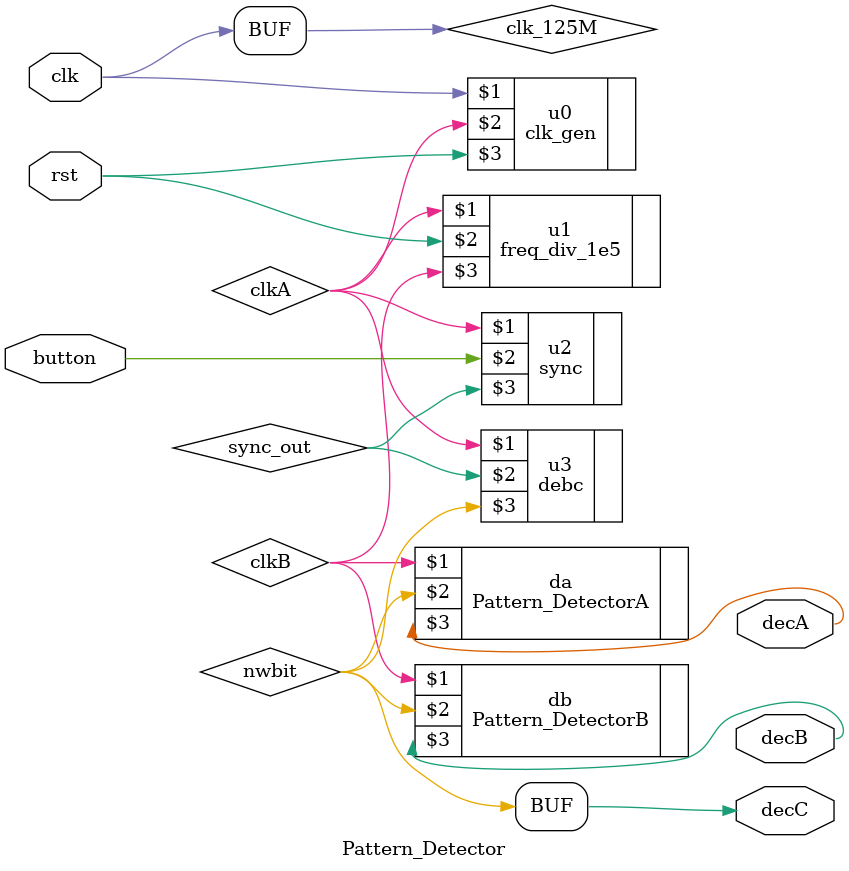
<source format=v>
`timescale 1ns / 1ps

module Pattern_Detector(clk, rst, button, decA, decB, decC);
	input clk;
	input rst;
	input button;
	output decA; //detect 101
	output decB; //detect 010
	output decC;

	wire clk_125M = clk;
	wire clkA, clkB, sync_out, nwbit; 
	
	//Clock Generate
	clk_gen u0 (clk_125M, clkA, rst); //25MHz Generate
	//Frequency Divider
	freq_div_1e5 u1 (clkA, rst, clkB); //25MHz -> 2.5Hz(4s)
	
	//Sync and Debouncer
	sync u2 (clkA, button, sync_out);
	debc u3 (clkA, sync_out, nwbit);

	
	//Sequence Detector
	Pattern_DetectorA da (clkB, nwbit, decA); //for 101
	Pattern_DetectorB db (clkB, nwbit, decB); //for 010
	
	assign decC = nwbit;
	

endmodule

</source>
